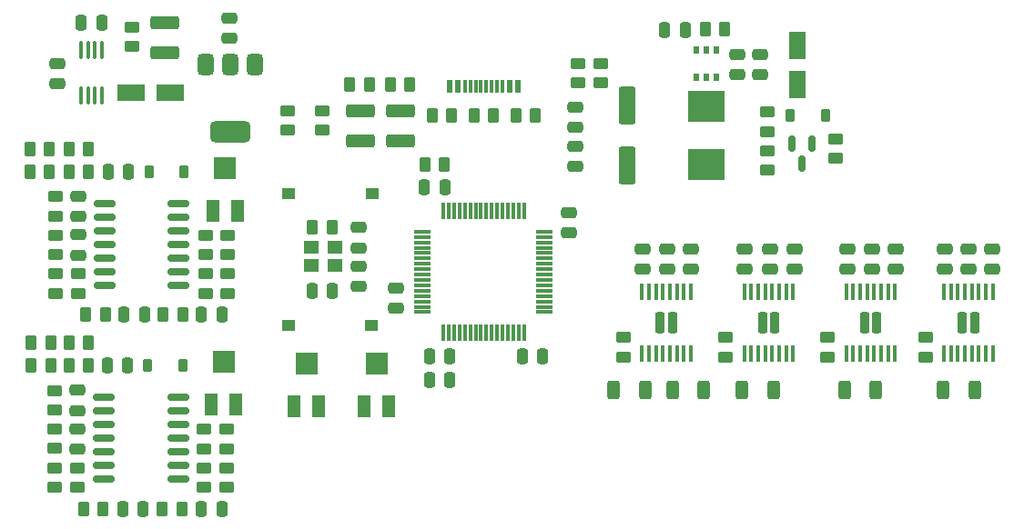
<source format=gbr>
%TF.GenerationSoftware,KiCad,Pcbnew,8.0.1*%
%TF.CreationDate,2024-05-16T21:36:51+02:00*%
%TF.ProjectId,OpenHand_v2,4f70656e-4861-46e6-945f-76322e6b6963,rev?*%
%TF.SameCoordinates,Original*%
%TF.FileFunction,Paste,Top*%
%TF.FilePolarity,Positive*%
%FSLAX46Y46*%
G04 Gerber Fmt 4.6, Leading zero omitted, Abs format (unit mm)*
G04 Created by KiCad (PCBNEW 8.0.1) date 2024-05-16 21:36:51*
%MOMM*%
%LPD*%
G01*
G04 APERTURE LIST*
G04 Aperture macros list*
%AMRoundRect*
0 Rectangle with rounded corners*
0 $1 Rounding radius*
0 $2 $3 $4 $5 $6 $7 $8 $9 X,Y pos of 4 corners*
0 Add a 4 corners polygon primitive as box body*
4,1,4,$2,$3,$4,$5,$6,$7,$8,$9,$2,$3,0*
0 Add four circle primitives for the rounded corners*
1,1,$1+$1,$2,$3*
1,1,$1+$1,$4,$5*
1,1,$1+$1,$6,$7*
1,1,$1+$1,$8,$9*
0 Add four rect primitives between the rounded corners*
20,1,$1+$1,$2,$3,$4,$5,0*
20,1,$1+$1,$4,$5,$6,$7,0*
20,1,$1+$1,$6,$7,$8,$9,0*
20,1,$1+$1,$8,$9,$2,$3,0*%
G04 Aperture macros list end*
%ADD10RoundRect,0.250000X0.450000X-0.262500X0.450000X0.262500X-0.450000X0.262500X-0.450000X-0.262500X0*%
%ADD11RoundRect,0.250000X0.250000X0.475000X-0.250000X0.475000X-0.250000X-0.475000X0.250000X-0.475000X0*%
%ADD12RoundRect,0.250000X-0.475000X0.250000X-0.475000X-0.250000X0.475000X-0.250000X0.475000X0.250000X0*%
%ADD13RoundRect,0.250000X-0.250000X-0.475000X0.250000X-0.475000X0.250000X0.475000X-0.250000X0.475000X0*%
%ADD14RoundRect,0.250000X-0.450000X0.262500X-0.450000X-0.262500X0.450000X-0.262500X0.450000X0.262500X0*%
%ADD15RoundRect,0.250000X-0.312500X-0.625000X0.312500X-0.625000X0.312500X0.625000X-0.312500X0.625000X0*%
%ADD16RoundRect,0.232500X0.232500X-0.757500X0.232500X0.757500X-0.232500X0.757500X-0.232500X-0.757500X0*%
%ADD17RoundRect,0.100000X0.100000X-0.687500X0.100000X0.687500X-0.100000X0.687500X-0.100000X-0.687500X0*%
%ADD18RoundRect,0.250000X-0.262500X-0.450000X0.262500X-0.450000X0.262500X0.450000X-0.262500X0.450000X0*%
%ADD19RoundRect,0.250000X-1.075000X0.375000X-1.075000X-0.375000X1.075000X-0.375000X1.075000X0.375000X0*%
%ADD20R,1.300000X2.000000*%
%ADD21R,2.000000X2.000000*%
%ADD22RoundRect,0.250000X0.475000X-0.250000X0.475000X0.250000X-0.475000X0.250000X-0.475000X-0.250000X0*%
%ADD23R,1.250000X1.000000*%
%ADD24RoundRect,0.225000X-0.225000X-0.375000X0.225000X-0.375000X0.225000X0.375000X-0.225000X0.375000X0*%
%ADD25RoundRect,0.250000X0.550000X-1.050000X0.550000X1.050000X-0.550000X1.050000X-0.550000X-1.050000X0*%
%ADD26RoundRect,0.100000X-0.100000X0.712500X-0.100000X-0.712500X0.100000X-0.712500X0.100000X0.712500X0*%
%ADD27RoundRect,0.150000X-0.837500X-0.150000X0.837500X-0.150000X0.837500X0.150000X-0.837500X0.150000X0*%
%ADD28RoundRect,0.250000X0.262500X0.450000X-0.262500X0.450000X-0.262500X-0.450000X0.262500X-0.450000X0*%
%ADD29RoundRect,0.375000X-0.375000X0.625000X-0.375000X-0.625000X0.375000X-0.625000X0.375000X0.625000X0*%
%ADD30RoundRect,0.500000X-1.400000X0.500000X-1.400000X-0.500000X1.400000X-0.500000X1.400000X0.500000X0*%
%ADD31R,3.500000X2.950000*%
%ADD32RoundRect,0.250000X0.550000X-1.500000X0.550000X1.500000X-0.550000X1.500000X-0.550000X-1.500000X0*%
%ADD33RoundRect,0.250000X0.312500X0.625000X-0.312500X0.625000X-0.312500X-0.625000X0.312500X-0.625000X0*%
%ADD34R,0.600000X1.240000*%
%ADD35R,0.300000X1.240000*%
%ADD36RoundRect,0.150000X-0.150000X0.587500X-0.150000X-0.587500X0.150000X-0.587500X0.150000X0.587500X0*%
%ADD37R,1.400000X1.200000*%
%ADD38R,0.549999X0.800001*%
%ADD39RoundRect,0.250000X-1.050000X-0.550000X1.050000X-0.550000X1.050000X0.550000X-1.050000X0.550000X0*%
%ADD40RoundRect,0.075000X-0.700000X-0.075000X0.700000X-0.075000X0.700000X0.075000X-0.700000X0.075000X0*%
%ADD41RoundRect,0.075000X-0.075000X-0.700000X0.075000X-0.700000X0.075000X0.700000X-0.075000X0.700000X0*%
G04 APERTURE END LIST*
D10*
%TO.C,R46*%
X182000000Y-132912500D03*
X182000000Y-131087500D03*
%TD*%
D11*
%TO.C,C29*%
X125650000Y-129000000D03*
X123750000Y-129000000D03*
%TD*%
D12*
%TO.C,C32*%
X183800000Y-122850000D03*
X183800000Y-124750000D03*
%TD*%
D13*
%TO.C,C13*%
X166850000Y-102425000D03*
X168750000Y-102425000D03*
%TD*%
D14*
%TO.C,R20*%
X110100000Y-136037500D03*
X110100000Y-137862500D03*
%TD*%
D11*
%TO.C,C27*%
X118450000Y-129000000D03*
X116550000Y-129000000D03*
%TD*%
D12*
%TO.C,C5*%
X157900000Y-119450001D03*
X157900000Y-121349999D03*
%TD*%
D11*
%TO.C,C20*%
X114450000Y-101800000D03*
X112550000Y-101800000D03*
%TD*%
D15*
%TO.C,R48*%
X183537500Y-136000000D03*
X186462500Y-136000000D03*
%TD*%
D12*
%TO.C,C35*%
X178900000Y-122850000D03*
X178900000Y-124750000D03*
%TD*%
D10*
%TO.C,R31*%
X110100000Y-141450000D03*
X110100000Y-139625000D03*
%TD*%
D16*
%TO.C,U10*%
X166420000Y-129750000D03*
X167580000Y-129750000D03*
D17*
X164725000Y-132612500D03*
X165375000Y-132612500D03*
X166025000Y-132612500D03*
X166675000Y-132612500D03*
X167325000Y-132612500D03*
X167975000Y-132612500D03*
X168625000Y-132612500D03*
X169275000Y-132612500D03*
X169275000Y-126887500D03*
X168625000Y-126887500D03*
X167975000Y-126887500D03*
X167325000Y-126887500D03*
X166675000Y-126887500D03*
X166025000Y-126887500D03*
X165375000Y-126887500D03*
X164725000Y-126887500D03*
%TD*%
D10*
%TO.C,R45*%
X172500000Y-132912500D03*
X172500000Y-131087500D03*
%TD*%
D18*
%TO.C,R35*%
X120175000Y-129000000D03*
X122000000Y-129000000D03*
%TD*%
D19*
%TO.C,D4*%
X120300000Y-101800000D03*
X120300000Y-104600000D03*
%TD*%
D20*
%TO.C,RV1*%
X141200000Y-137500000D03*
D21*
X140050000Y-133500000D03*
D20*
X138900000Y-137500000D03*
%TD*%
D14*
%TO.C,R40*%
X124000000Y-139637500D03*
X124000000Y-141462500D03*
%TD*%
D12*
%TO.C,C15*%
X158500000Y-113275000D03*
X158500000Y-115175000D03*
%TD*%
D14*
%TO.C,R41*%
X124100000Y-125187500D03*
X124100000Y-127012500D03*
%TD*%
D18*
%TO.C,R1*%
X152987500Y-110400000D03*
X154812500Y-110400000D03*
%TD*%
D10*
%TO.C,R49*%
X191100000Y-132912500D03*
X191100000Y-131087500D03*
%TD*%
D12*
%TO.C,C37*%
X192900000Y-122850000D03*
X192900000Y-124750000D03*
%TD*%
D10*
%TO.C,R37*%
X126100000Y-141462500D03*
X126100000Y-139637500D03*
%TD*%
D11*
%TO.C,C30*%
X125650000Y-147050000D03*
X123750000Y-147050000D03*
%TD*%
%TO.C,C4*%
X155499998Y-132900000D03*
X153600000Y-132900000D03*
%TD*%
%TO.C,C3*%
X146850000Y-132899999D03*
X144950000Y-132900001D03*
%TD*%
D22*
%TO.C,C17*%
X110300000Y-107500000D03*
X110300000Y-105600000D03*
%TD*%
D23*
%TO.C,SW1*%
X131825000Y-130000000D03*
X139575000Y-130000000D03*
%TD*%
D18*
%TO.C,R36*%
X120087500Y-147050000D03*
X121912500Y-147050000D03*
%TD*%
D13*
%TO.C,C2*%
X144500002Y-117100000D03*
X146400000Y-117100000D03*
%TD*%
D22*
%TO.C,C18*%
X126300000Y-103250000D03*
X126300000Y-101350000D03*
%TD*%
D24*
%TO.C,D3*%
X178525000Y-110452500D03*
X181825000Y-110452500D03*
%TD*%
D22*
%TO.C,C6*%
X141800000Y-128400000D03*
X141800000Y-126500000D03*
%TD*%
D10*
%TO.C,R11*%
X176400000Y-115512500D03*
X176400000Y-113687500D03*
%TD*%
D15*
%TO.C,R51*%
X162075000Y-136000000D03*
X165000000Y-136000000D03*
%TD*%
D12*
%TO.C,C42*%
X169300000Y-122850000D03*
X169300000Y-124750000D03*
%TD*%
D25*
%TO.C,C10*%
X179200000Y-107525000D03*
X179200000Y-103925000D03*
%TD*%
D22*
%TO.C,C12*%
X173600000Y-106625000D03*
X173600000Y-104725000D03*
%TD*%
D10*
%TO.C,R38*%
X126200000Y-123412500D03*
X126200000Y-121587500D03*
%TD*%
D24*
%TO.C,D6*%
X118750000Y-133750000D03*
X122050000Y-133750000D03*
%TD*%
D14*
%TO.C,R15*%
X117300000Y-102187500D03*
X117300000Y-104012500D03*
%TD*%
D26*
%TO.C,U4*%
X114500000Y-104337500D03*
X113850000Y-104337500D03*
X113200000Y-104337500D03*
X112550000Y-104337500D03*
X112550000Y-108562500D03*
X113200000Y-108562500D03*
X113850000Y-108562500D03*
X114500000Y-108562500D03*
%TD*%
D27*
%TO.C,U5*%
X114700000Y-118650000D03*
X114700000Y-119920000D03*
X114700000Y-121190000D03*
X114700000Y-122460000D03*
X114700000Y-123730000D03*
X114700000Y-125000000D03*
X114700000Y-126270000D03*
X121625000Y-126270000D03*
X121625000Y-125000000D03*
X121625000Y-123730000D03*
X121625000Y-122460000D03*
X121625000Y-121190000D03*
X121625000Y-119920000D03*
X121625000Y-118650000D03*
%TD*%
D14*
%TO.C,R16*%
X160900000Y-105587500D03*
X160900000Y-107412500D03*
%TD*%
D11*
%TO.C,C1*%
X135950000Y-126800000D03*
X134050000Y-126800000D03*
%TD*%
D28*
%TO.C,R9*%
X146362501Y-115000000D03*
X144537501Y-115000000D03*
%TD*%
D18*
%TO.C,R6*%
X134087500Y-120800000D03*
X135912500Y-120800000D03*
%TD*%
D28*
%TO.C,R22*%
X109712500Y-131600000D03*
X107887500Y-131600000D03*
%TD*%
D12*
%TO.C,C31*%
X174300000Y-122850000D03*
X174300000Y-124750000D03*
%TD*%
D16*
%TO.C,U8*%
X185420000Y-129750000D03*
X186580000Y-129750000D03*
D17*
X183725000Y-132612500D03*
X184375000Y-132612500D03*
X185025000Y-132612500D03*
X185675000Y-132612500D03*
X186325000Y-132612500D03*
X186975000Y-132612500D03*
X187625000Y-132612500D03*
X188275000Y-132612500D03*
X188275000Y-126887500D03*
X187625000Y-126887500D03*
X186975000Y-126887500D03*
X186325000Y-126887500D03*
X185675000Y-126887500D03*
X185025000Y-126887500D03*
X184375000Y-126887500D03*
X183725000Y-126887500D03*
%TD*%
D12*
%TO.C,C25*%
X112200000Y-136000000D03*
X112200000Y-137900000D03*
%TD*%
D11*
%TO.C,C28*%
X118300000Y-147050000D03*
X116400000Y-147050000D03*
%TD*%
D20*
%TO.C,RV3*%
X127100000Y-119300000D03*
D21*
X125950000Y-115300000D03*
D20*
X124800000Y-119300000D03*
%TD*%
D11*
%TO.C,C22*%
X116900000Y-133750000D03*
X115000000Y-133750000D03*
%TD*%
D16*
%TO.C,U9*%
X194500000Y-129750000D03*
X195660000Y-129750000D03*
D17*
X192805000Y-132612500D03*
X193455000Y-132612500D03*
X194105000Y-132612500D03*
X194755000Y-132612500D03*
X195405000Y-132612500D03*
X196055000Y-132612500D03*
X196705000Y-132612500D03*
X197355000Y-132612500D03*
X197355000Y-126887500D03*
X196705000Y-126887500D03*
X196055000Y-126887500D03*
X195405000Y-126887500D03*
X194755000Y-126887500D03*
X194105000Y-126887500D03*
X193455000Y-126887500D03*
X192805000Y-126887500D03*
%TD*%
D12*
%TO.C,C34*%
X186100000Y-122850000D03*
X186100000Y-124750000D03*
%TD*%
D28*
%TO.C,R2*%
X147012500Y-110400000D03*
X145187500Y-110400000D03*
%TD*%
D22*
%TO.C,C8*%
X138400000Y-122749999D03*
X138400000Y-120850001D03*
%TD*%
D10*
%TO.C,R28*%
X110200000Y-123412500D03*
X110200000Y-121587500D03*
%TD*%
D14*
%TO.C,R34*%
X110100000Y-143237500D03*
X110100000Y-145062500D03*
%TD*%
D20*
%TO.C,RV2*%
X134650000Y-137500000D03*
D21*
X133500000Y-133500000D03*
D20*
X132350000Y-137500000D03*
%TD*%
D12*
%TO.C,C24*%
X112300000Y-121550000D03*
X112300000Y-123450000D03*
%TD*%
D20*
%TO.C,RV4*%
X126950000Y-137350000D03*
D21*
X125800000Y-133350000D03*
D20*
X124650000Y-137350000D03*
%TD*%
D10*
%TO.C,R10*%
X176400000Y-111912500D03*
X176400000Y-110087500D03*
%TD*%
D15*
%TO.C,R52*%
X192737500Y-136000000D03*
X195662500Y-136000000D03*
%TD*%
D12*
%TO.C,C26*%
X112200000Y-139600000D03*
X112200000Y-141500000D03*
%TD*%
D18*
%TO.C,R26*%
X112787500Y-147050000D03*
X114612500Y-147050000D03*
%TD*%
D27*
%TO.C,U6*%
X114637500Y-136700000D03*
X114637500Y-137970000D03*
X114637500Y-139240000D03*
X114637500Y-140510000D03*
X114637500Y-141780000D03*
X114637500Y-143050000D03*
X114637500Y-144320000D03*
X121562500Y-144320000D03*
X121562500Y-143050000D03*
X121562500Y-141780000D03*
X121562500Y-140510000D03*
X121562500Y-139240000D03*
X121562500Y-137970000D03*
X121562500Y-136700000D03*
%TD*%
D14*
%TO.C,R39*%
X124100000Y-121587500D03*
X124100000Y-123412500D03*
%TD*%
D28*
%TO.C,R3*%
X150912500Y-110400000D03*
X149087500Y-110400000D03*
%TD*%
D22*
%TO.C,C16*%
X158500000Y-111525000D03*
X158500000Y-109625000D03*
%TD*%
D12*
%TO.C,C9*%
X138400000Y-124450001D03*
X138400000Y-126349999D03*
%TD*%
D22*
%TO.C,C11*%
X175700000Y-106625000D03*
X175700000Y-104725000D03*
%TD*%
D29*
%TO.C,U3*%
X128700000Y-105650000D03*
X126400000Y-105650000D03*
D30*
X126400000Y-111950000D03*
D29*
X124100000Y-105650000D03*
%TD*%
D28*
%TO.C,R30*%
X113225000Y-133750000D03*
X111400000Y-133750000D03*
%TD*%
D31*
%TO.C,L1*%
X170700000Y-109575000D03*
X170700000Y-115025000D03*
%TD*%
D32*
%TO.C,C14*%
X163300000Y-115100000D03*
X163300000Y-109500000D03*
%TD*%
D14*
%TO.C,R5*%
X134957500Y-109992500D03*
X134957500Y-111817500D03*
%TD*%
%TO.C,R29*%
X112300000Y-125175000D03*
X112300000Y-127000000D03*
%TD*%
D18*
%TO.C,R12*%
X170587500Y-102400000D03*
X172412500Y-102400000D03*
%TD*%
D28*
%TO.C,R27*%
X113225000Y-115700000D03*
X111400000Y-115700000D03*
%TD*%
D14*
%TO.C,R33*%
X110200000Y-125162500D03*
X110200000Y-126987500D03*
%TD*%
D33*
%TO.C,R53*%
X170462500Y-136000000D03*
X167537500Y-136000000D03*
%TD*%
D15*
%TO.C,R47*%
X174037500Y-136000000D03*
X176962500Y-136000000D03*
%TD*%
D28*
%TO.C,R23*%
X109612500Y-115700000D03*
X107787500Y-115700000D03*
%TD*%
D34*
%TO.C,J5*%
X153200000Y-107725000D03*
X152400000Y-107725000D03*
D35*
X151250000Y-107725000D03*
X150250000Y-107725000D03*
X149750000Y-107725000D03*
X148750000Y-107725000D03*
D34*
X147600000Y-107725000D03*
X146800000Y-107725000D03*
X146800000Y-107725000D03*
X147600000Y-107725000D03*
D35*
X148250000Y-107725000D03*
X149250000Y-107725000D03*
X150750000Y-107725000D03*
X151750000Y-107725000D03*
D34*
X152400000Y-107725000D03*
X153200000Y-107725000D03*
%TD*%
D19*
%TO.C,D1*%
X142250000Y-110000000D03*
X142250000Y-112800000D03*
%TD*%
D12*
%TO.C,C23*%
X112300000Y-117950000D03*
X112300000Y-119850000D03*
%TD*%
D14*
%TO.C,R4*%
X131757500Y-109992500D03*
X131757500Y-111817500D03*
%TD*%
D11*
%TO.C,C21*%
X116950000Y-115700000D03*
X115050000Y-115700000D03*
%TD*%
D28*
%TO.C,R19*%
X113225000Y-131600000D03*
X111400000Y-131600000D03*
%TD*%
D23*
%TO.C,SW2*%
X139600000Y-117687500D03*
X131850000Y-117687500D03*
%TD*%
D36*
%TO.C,Q1*%
X180550000Y-113075000D03*
X178650000Y-113075000D03*
X179600000Y-114950000D03*
%TD*%
D16*
%TO.C,U7*%
X175920000Y-129750000D03*
X177080000Y-129750000D03*
D17*
X174225000Y-132612500D03*
X174875000Y-132612500D03*
X175525000Y-132612500D03*
X176175000Y-132612500D03*
X176825000Y-132612500D03*
X177475000Y-132612500D03*
X178125000Y-132612500D03*
X178775000Y-132612500D03*
X178775000Y-126887500D03*
X178125000Y-126887500D03*
X177475000Y-126887500D03*
X176825000Y-126887500D03*
X176175000Y-126887500D03*
X175525000Y-126887500D03*
X174875000Y-126887500D03*
X174225000Y-126887500D03*
%TD*%
D14*
%TO.C,R42*%
X124000000Y-143237500D03*
X124000000Y-145062500D03*
%TD*%
%TO.C,R32*%
X112200000Y-143237500D03*
X112200000Y-145062500D03*
%TD*%
D28*
%TO.C,R17*%
X113225000Y-113600000D03*
X111400000Y-113600000D03*
%TD*%
%TO.C,R7*%
X143117500Y-107505000D03*
X141292500Y-107505000D03*
%TD*%
D14*
%TO.C,R44*%
X126100000Y-143250000D03*
X126100000Y-145075000D03*
%TD*%
D12*
%TO.C,C33*%
X176600000Y-122850000D03*
X176600000Y-124750000D03*
%TD*%
D28*
%TO.C,R21*%
X109612500Y-113600000D03*
X107787500Y-113600000D03*
%TD*%
D18*
%TO.C,R24*%
X112975000Y-129000000D03*
X114800000Y-129000000D03*
%TD*%
D37*
%TO.C,Y1*%
X136200000Y-122700000D03*
X134000000Y-122700000D03*
X134000000Y-124400000D03*
X136200000Y-124400000D03*
%TD*%
D14*
%TO.C,R43*%
X126200000Y-125187500D03*
X126200000Y-127012500D03*
%TD*%
D12*
%TO.C,C36*%
X188300000Y-122850000D03*
X188300000Y-124750000D03*
%TD*%
D19*
%TO.C,D2*%
X138500000Y-110000000D03*
X138500000Y-112800000D03*
%TD*%
D10*
%TO.C,R13*%
X158800000Y-107412500D03*
X158800000Y-105587500D03*
%TD*%
D12*
%TO.C,C40*%
X167050000Y-122850000D03*
X167050000Y-124750000D03*
%TD*%
D24*
%TO.C,D5*%
X118850000Y-115700000D03*
X122150000Y-115700000D03*
%TD*%
D12*
%TO.C,C41*%
X197300000Y-122850000D03*
X197300000Y-124750000D03*
%TD*%
D14*
%TO.C,R18*%
X110200000Y-117975000D03*
X110200000Y-119800000D03*
%TD*%
D12*
%TO.C,C39*%
X195100000Y-122850000D03*
X195100000Y-124750000D03*
%TD*%
D28*
%TO.C,R25*%
X109712500Y-133750000D03*
X107887500Y-133750000D03*
%TD*%
D38*
%TO.C,U2*%
X169749999Y-106900001D03*
X170700000Y-106900001D03*
X171649998Y-106900001D03*
X171649998Y-104350001D03*
X170700000Y-104350001D03*
X169749999Y-104350001D03*
%TD*%
D18*
%TO.C,R8*%
X137532500Y-107505000D03*
X139357500Y-107505000D03*
%TD*%
D10*
%TO.C,R14*%
X182700000Y-114412500D03*
X182700000Y-112587500D03*
%TD*%
D12*
%TO.C,C38*%
X164800000Y-122850000D03*
X164800000Y-124750000D03*
%TD*%
D39*
%TO.C,C19*%
X117200000Y-108300000D03*
X120800000Y-108300000D03*
%TD*%
D11*
%TO.C,C7*%
X146850000Y-135100000D03*
X144950000Y-135100000D03*
%TD*%
D40*
%TO.C,U1*%
X144325000Y-121250001D03*
X144325000Y-121750000D03*
X144325000Y-122250000D03*
X144325000Y-122750000D03*
X144325000Y-123250000D03*
X144325000Y-123750001D03*
X144325000Y-124250000D03*
X144325000Y-124750000D03*
X144325000Y-125250000D03*
X144325000Y-125750000D03*
X144325000Y-126249999D03*
X144325000Y-126750000D03*
X144325000Y-127250000D03*
X144325000Y-127750000D03*
X144325000Y-128250000D03*
X144325000Y-128749999D03*
D41*
X146250001Y-130675000D03*
X146750000Y-130675000D03*
X147250000Y-130675000D03*
X147750000Y-130675000D03*
X148250000Y-130675000D03*
X148750001Y-130675000D03*
X149250000Y-130675000D03*
X149750000Y-130675000D03*
X150250000Y-130675000D03*
X150750000Y-130675000D03*
X151249999Y-130675000D03*
X151750000Y-130675000D03*
X152250000Y-130675000D03*
X152750000Y-130675000D03*
X153250000Y-130675000D03*
X153749999Y-130675000D03*
D40*
X155675000Y-128749999D03*
X155675000Y-128250000D03*
X155675000Y-127750000D03*
X155675000Y-127250000D03*
X155675000Y-126750000D03*
X155675000Y-126249999D03*
X155675000Y-125750000D03*
X155675000Y-125250000D03*
X155675000Y-124750000D03*
X155675000Y-124250000D03*
X155675000Y-123750001D03*
X155675000Y-123250000D03*
X155675000Y-122750000D03*
X155675000Y-122250000D03*
X155675000Y-121750000D03*
X155675000Y-121250001D03*
D41*
X153749999Y-119325000D03*
X153250000Y-119325000D03*
X152750000Y-119325000D03*
X152250000Y-119325000D03*
X151750000Y-119325000D03*
X151249999Y-119325000D03*
X150750000Y-119325000D03*
X150250000Y-119325000D03*
X149750000Y-119325000D03*
X149250000Y-119325000D03*
X148750001Y-119325000D03*
X148250000Y-119325000D03*
X147750000Y-119325000D03*
X147250000Y-119325000D03*
X146750000Y-119325000D03*
X146250001Y-119325000D03*
%TD*%
D10*
%TO.C,R50*%
X163000000Y-132912500D03*
X163000000Y-131087500D03*
%TD*%
M02*

</source>
